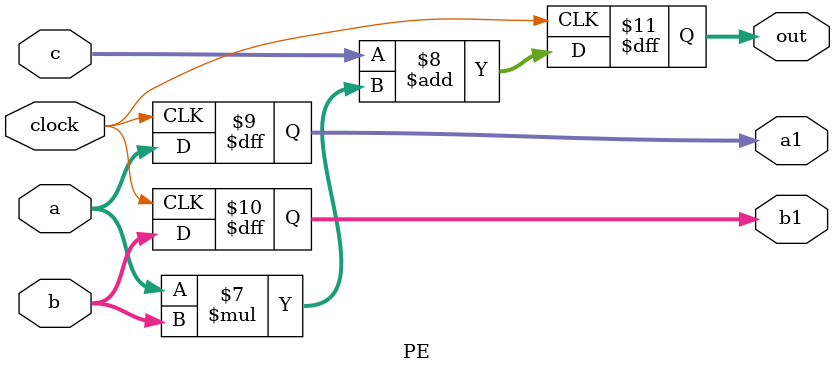
<source format=v>



module PE(a,b,c,a1,b1,out,clock);

parameter n = 31;

input [n:0] a,b,c; 
output  [n:0] a1,b1;
input clock;

output [n:0] out;
reg [n:0] a1,b1;
reg [n:0] out;

function [n:0] func(input [n:0] a,b,c);
    begin
        func = c+a*b;
    end
endfunction

// For this model the functionality of the PE is not changed with the change in data type.
// a, b is passed through PE as a regester and another output c+a*b is calculated for each clock cycle.

//For programming it on FPGA. It is preferred to use posedge clock as the FPGA has only either posedge clock triggered Flipflops or negedge triggered Flipflops.
// If clock is used while synthesis in FPGA IT cannot allocate any FLIPFlops to the PE's and data flow in the systolic array observed is not same as expected.  

always @(posedge clock)
begin
	a1 <= a;
	b1 <= b;
//	out <= c+a*b;
    out <= func(a,b,c);
end

endmodule

</source>
